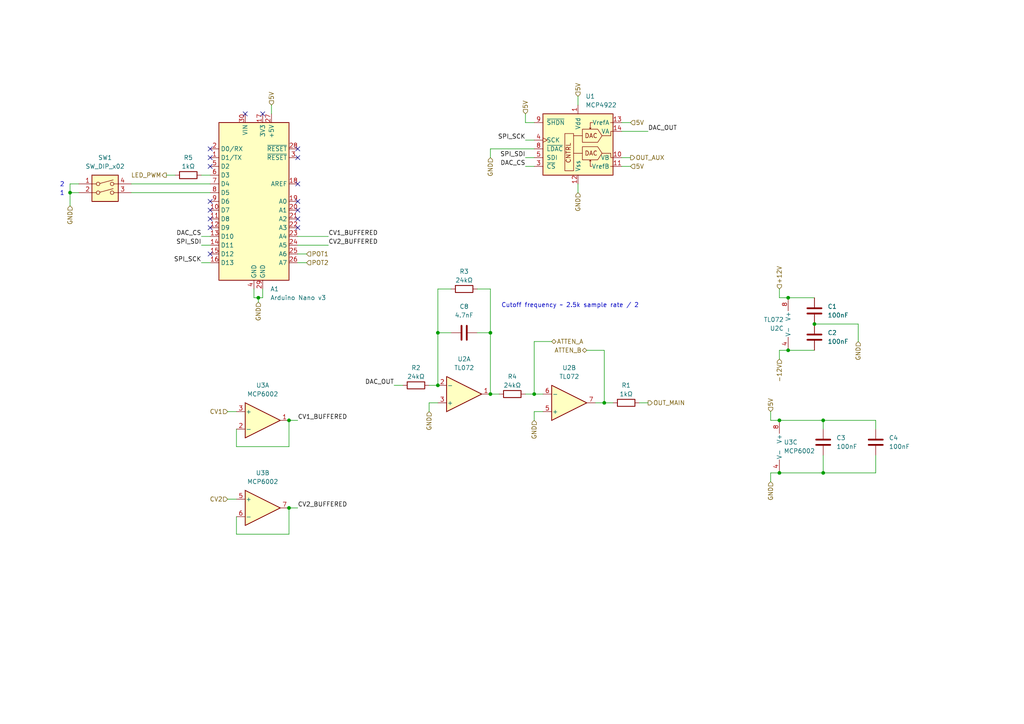
<source format=kicad_sch>
(kicad_sch (version 20231120) (generator "eeschema") (generator_version "8.0")
  (paper "A4")
  (title_block (title "Drift") (date "2024-08-13") (rev "v1.0") (company "Free Modular"))
  (lib_symbols
    (symbol "Amplifier_Operational:MCP6002-xMS" (pin_names (offset 0.127))
      (property "Reference" "U" (at 0 5.08 0))
      (property "Value" "MCP6002-xMS" (at 0 -5.08 0))
      (symbol "MCP6002-xMS_1_1"
        (polyline (pts (xy -5.08 5.08) (xy 5.08 0) (xy -5.08 -5.08) (xy -5.08 5.08)) (stroke (width 0.254)) (fill (type background)))
        (pin output line (at 7.62 0 180) (length 2.54) (name "~") (number "1"))
        (pin input line (at -7.62 -2.54 0) (length 2.54) (name "-") (number "2"))
        (pin input line (at -7.62 2.54 0) (length 2.54) (name "+") (number "3"))
      )
      (symbol "MCP6002-xMS_2_1"
        (polyline (pts (xy -5.08 5.08) (xy 5.08 0) (xy -5.08 -5.08) (xy -5.08 5.08)) (stroke (width 0.254)) (fill (type background)))
        (pin input line (at -7.62 2.54 0) (length 2.54) (name "+") (number "5"))
        (pin input line (at -7.62 -2.54 0) (length 2.54) (name "-") (number "6"))
        (pin output line (at 7.62 0 180) (length 2.54) (name "~") (number "7"))
      )
      (symbol "MCP6002-xMS_3_1"
        (pin power_in line (at -2.54 -7.62 90) (length 3.81) (name "V-") (number "4"))
        (pin power_in line (at -2.54 7.62 270) (length 3.81) (name "V+") (number "8"))
      )
    )
    (symbol "Amplifier_Operational:TL072" (pin_names (offset 0.127))
      (property "Reference" "U" (at 0 5.08 0))
      (property "Value" "TL072" (at 0 -5.08 0))
      (symbol "TL072_1_1"
        (polyline (pts (xy -5.08 5.08) (xy 5.08 0) (xy -5.08 -5.08) (xy -5.08 5.08)) (stroke (width 0.254)) (fill (type background)))
        (pin output line (at 7.62 0 180) (length 2.54) (name "~") (number "1"))
        (pin input line (at -7.62 -2.54 0) (length 2.54) (name "-") (number "2"))
        (pin input line (at -7.62 2.54 0) (length 2.54) (name "+") (number "3"))
      )
      (symbol "TL072_2_1"
        (polyline (pts (xy -5.08 5.08) (xy 5.08 0) (xy -5.08 -5.08) (xy -5.08 5.08)) (stroke (width 0.254)) (fill (type background)))
        (pin input line (at -7.62 2.54 0) (length 2.54) (name "+") (number "5"))
        (pin input line (at -7.62 -2.54 0) (length 2.54) (name "-") (number "6"))
        (pin output line (at 7.62 0 180) (length 2.54) (name "~") (number "7"))
      )
      (symbol "TL072_3_1"
        (pin power_in line (at -2.54 -7.62 90) (length 3.81) (name "V-") (number "4"))
        (pin power_in line (at -2.54 7.62 270) (length 3.81) (name "V+") (number "8"))
      )
    )
    (symbol "Analog_DAC:MCP4922" (pin_names (offset 1.016))
      (property "Reference" "U" (at -1.905 10.795 0))
      (property "Value" "MCP4922" (at -1.905 8.89 0))
      (symbol "MCP4922_0_0"
        (polyline (pts (xy 3.556 -5.842) (xy 3.302 -6.096)))
        (polyline (pts (xy 3.556 -5.842) (xy 3.81 -6.096)))
        (polyline (pts (xy 3.556 3.302) (xy 3.302 3.556)))
        (polyline (pts (xy 3.556 3.302) (xy 3.81 3.556)))
        (polyline (pts (xy 10.16 -7.62) (xy 9.398 -7.62)))
        (polyline (pts (xy 10.16 5.08) (xy 9.398 5.08)))
        (polyline (pts (xy 4.064 -7.62) (xy 3.556 -7.62) (xy 3.556 -5.842)))
        (polyline (pts (xy 4.318 5.08) (xy 3.556 5.08) (xy 3.556 3.302)))
        (polyline (pts (xy 6.985 -3.81) (xy 9.525 -3.81) (xy 9.525 -5.08) (xy 10.16 -5.08)))
        (polyline (pts (xy 6.985 1.27) (xy 9.525 1.27) (xy 9.525 2.54) (xy 10.16 2.54)))
        (text "CNTRL" (at -2.032 -6.731 900) (effects (font (size 1.27 1.27)) (justify left bottom)))
        (text "DAC" (at 3.81 -3.81 0) (effects (font (size 1.27 1.27))))
        (text "DAC" (at 3.81 1.27 0) (effects (font (size 1.27 1.27))))
      )
      (symbol "MCP4922_0_1"
        (rectangle (start -10.16 7.62) (end 10.16 -10.16) (stroke (width 0.254)) (fill (type background)))
        (rectangle (start -1.27 -8.89) (end -3.81 1.905))
        (polyline (pts (xy 1.27 -3.81) (xy -1.27 -3.81)))
        (polyline (pts (xy 1.27 1.27) (xy -1.27 1.27)))
        (polyline (pts (xy 6.985 -3.81) (xy 5.715 -1.905) (xy 1.27 -1.905) (xy 1.27 -5.715) (xy 5.715 -5.715) (xy 6.985 -3.81)))
        (polyline (pts (xy 6.985 1.27) (xy 5.715 3.175) (xy 1.27 3.175) (xy 1.27 -0.635) (xy 5.715 -0.635) (xy 6.985 1.27)))
      )
      (symbol "MCP4922_1_1"
        (pin power_in line (at 0 10.16 270) (length 2.54) (name "Vdd") (number "1"))
        (pin output line (at 12.7 -5.08 180) (length 2.54) (name "VB") (number "10"))
        (pin input line (at 12.7 -7.62 180) (length 2.54) (name "VrefB") (number "11"))
        (pin power_in line (at 0 -12.7 90) (length 2.54) (name "Vss") (number "12"))
        (pin input line (at 12.7 5.08 180) (length 2.54) (name "VrefA") (number "13"))
        (pin output line (at 12.7 2.54 180) (length 2.54) (name "VA") (number "14"))
        (pin no_connect line (at -7.62 -10.16 90) (length 2.54) hide (name "NC") (number "2"))
        (pin input line (at -12.7 -7.62 0) (length 2.54) (name "~{CS}") (number "3"))
        (pin input clock (at -12.7 0 0) (length 2.54) (name "SCK") (number "4"))
        (pin input line (at -12.7 -5.08 0) (length 2.54) (name "SDI") (number "5"))
        (pin no_connect line (at -5.08 -10.16 90) (length 2.54) hide (name "NC") (number "6"))
        (pin no_connect line (at -2.54 -10.16 90) (length 2.54) hide (name "NC") (number "7"))
        (pin input line (at -12.7 -2.54 0) (length 2.54) (name "~{LDAC}") (number "8"))
        (pin output line (at -12.7 5.08 0) (length 2.54) (name "~{SHDN}") (number "9"))
      )
    )
    (symbol "Device:C" (pin_numbers hide) (pin_names (offset 0.254))
      (property "Reference" "C" (at 0.635 2.54 0))
      (property "Value" "C" (at 0.635 -2.54 0))
      (symbol "C_0_1"
        (polyline (pts (xy -2.032 -0.762) (xy 2.032 -0.762)) (stroke (width 0.508)))
        (polyline (pts (xy -2.032 0.762) (xy 2.032 0.762)) (stroke (width 0.508)))
      )
      (symbol "C_1_1"
        (pin passive line (at 0 3.81 270) (length 2.794) (name "~") (number "1"))
        (pin passive line (at 0 -3.81 90) (length 2.794) (name "~") (number "2"))
      )
    )
    (symbol "Device:R" (pin_numbers hide) (pin_names (offset 0))
      (property "Reference" "R" (at 2.032 0 90))
      (property "Value" "R" (at 0 0 90))
      (symbol "R_0_1"
        (rectangle (start -1.016 -2.54) (end 1.016 2.54) (stroke (width 0.254)))
      )
      (symbol "R_1_1"
        (pin passive line (at 0 3.81 270) (length 1.27) (name "~") (number "1"))
        (pin passive line (at 0 -3.81 90) (length 1.27) (name "~") (number "2"))
      )
    )
    (symbol "MCU_Module:Arduino_Nano_v3.x"
      (property "Reference" "A" (at -10.16 23.495 0))
      (property "Value" "Arduino_Nano_v3.x" (at 5.08 -24.13 0))
      (symbol "Arduino_Nano_v3.x_0_1"
        (rectangle (start -10.16 22.86) (end 10.16 -22.86) (stroke (width 0.254)) (fill (type background)))
      )
      (symbol "Arduino_Nano_v3.x_1_1"
        (pin bidirectional line (at -12.7 12.7 0) (length 2.54) (name "D1/TX") (number "1"))
        (pin bidirectional line (at -12.7 -2.54 0) (length 2.54) (name "D7") (number "10"))
        (pin bidirectional line (at -12.7 -5.08 0) (length 2.54) (name "D8") (number "11"))
        (pin bidirectional line (at -12.7 -7.62 0) (length 2.54) (name "D9") (number "12"))
        (pin bidirectional line (at -12.7 -10.16 0) (length 2.54) (name "D10") (number "13"))
        (pin bidirectional line (at -12.7 -12.7 0) (length 2.54) (name "D11") (number "14"))
        (pin bidirectional line (at -12.7 -15.24 0) (length 2.54) (name "D12") (number "15"))
        (pin bidirectional line (at -12.7 -17.78 0) (length 2.54) (name "D13") (number "16"))
        (pin power_out line (at 2.54 25.4 270) (length 2.54) (name "3V3") (number "17"))
        (pin input line (at 12.7 5.08 180) (length 2.54) (name "AREF") (number "18"))
        (pin bidirectional line (at 12.7 0 180) (length 2.54) (name "A0") (number "19"))
        (pin bidirectional line (at -12.7 15.24 0) (length 2.54) (name "D0/RX") (number "2"))
        (pin bidirectional line (at 12.7 -2.54 180) (length 2.54) (name "A1") (number "20"))
        (pin bidirectional line (at 12.7 -5.08 180) (length 2.54) (name "A2") (number "21"))
        (pin bidirectional line (at 12.7 -7.62 180) (length 2.54) (name "A3") (number "22"))
        (pin bidirectional line (at 12.7 -10.16 180) (length 2.54) (name "A4") (number "23"))
        (pin bidirectional line (at 12.7 -12.7 180) (length 2.54) (name "A5") (number "24"))
        (pin bidirectional line (at 12.7 -15.24 180) (length 2.54) (name "A6") (number "25"))
        (pin bidirectional line (at 12.7 -17.78 180) (length 2.54) (name "A7") (number "26"))
        (pin power_out line (at 5.08 25.4 270) (length 2.54) (name "+5V") (number "27"))
        (pin input line (at 12.7 15.24 180) (length 2.54) (name "~{RESET}") (number "28"))
        (pin power_in line (at 2.54 -25.4 90) (length 2.54) (name "GND") (number "29"))
        (pin input line (at 12.7 12.7 180) (length 2.54) (name "~{RESET}") (number "3"))
        (pin power_in line (at -2.54 25.4 270) (length 2.54) (name "VIN") (number "30"))
        (pin power_in line (at 0 -25.4 90) (length 2.54) (name "GND") (number "4"))
        (pin bidirectional line (at -12.7 10.16 0) (length 2.54) (name "D2") (number "5"))
        (pin bidirectional line (at -12.7 7.62 0) (length 2.54) (name "D3") (number "6"))
        (pin bidirectional line (at -12.7 5.08 0) (length 2.54) (name "D4") (number "7"))
        (pin bidirectional line (at -12.7 2.54 0) (length 2.54) (name "D5") (number "8"))
        (pin bidirectional line (at -12.7 0 0) (length 2.54) (name "D6") (number "9"))
      )
    )
    (symbol "Switch:SW_DIP_x02" (pin_names (offset 0) hide)
      (property "Reference" "SW" (at 0 6.35 0))
      (property "Value" "SW_DIP_x02" (at 0 -3.81 0))
      (symbol "SW_DIP_x02_0_0"
        (circle (center -2.032 0) (radius 0.508))
        (circle (center -2.032 2.54) (radius 0.508))
        (polyline (pts (xy -1.524 0.127) (xy 2.3622 1.1684)))
        (polyline (pts (xy -1.524 2.667) (xy 2.3622 3.7084)))
        (circle (center 2.032 0) (radius 0.508))
        (circle (center 2.032 2.54) (radius 0.508))
      )
      (symbol "SW_DIP_x02_0_1"
        (rectangle (start -3.81 5.08) (end 3.81 -2.54) (stroke (width 0.254)) (fill (type background)))
      )
      (symbol "SW_DIP_x02_1_1"
        (pin passive line (at -7.62 2.54 0) (length 5.08) (name "~") (number "1"))
        (pin passive line (at -7.62 0 0) (length 5.08) (name "~") (number "2"))
        (pin passive line (at 7.62 0 180) (length 5.08) (name "~") (number "3"))
        (pin passive line (at 7.62 2.54 180) (length 5.08) (name "~") (number "4"))
      )
    )
  )
  (junction (at 83.82 121.92))
  (junction (at 83.82 147.32))
  (junction (at 226.06 121.92))
  (junction (at 74.93 86.36))
  (junction (at 236.22 93.98))
  (junction (at 127 111.76))
  (junction (at 154.94 114.3))
  (junction (at 226.06 137.16))
  (junction (at 238.76 121.92))
  (junction (at 228.6 86.36))
  (junction (at 228.6 101.6))
  (junction (at 238.76 137.16))
  (junction (at 142.24 114.3))
  (junction (at 175.26 116.84))
  (junction (at 127 96.52))
  (junction (at 20.32 55.88))
  (junction (at 142.24 96.52))
  (no_connect (at 86.36 58.42))
  (no_connect (at 60.96 63.5))
  (no_connect (at 76.2 33.02))
  (no_connect (at 86.36 45.72))
  (no_connect (at 60.96 66.04))
  (no_connect (at 60.96 58.42))
  (no_connect (at 60.96 60.96))
  (no_connect (at 60.96 73.66))
  (no_connect (at 86.36 60.96))
  (no_connect (at 86.36 63.5))
  (no_connect (at 86.36 43.18))
  (no_connect (at 86.36 53.34))
  (no_connect (at 71.12 33.02))
  (no_connect (at 60.96 43.18))
  (no_connect (at 86.36 66.04))
  (no_connect (at 60.96 48.26))
  (no_connect (at 60.96 45.72))
  (wire (pts (xy 228.6 101.6) (xy 236.22 101.6)))
  (wire (pts (xy 38.1 55.88) (xy 60.96 55.88)))
  (wire (pts (xy 154.94 114.3) (xy 152.4 114.3)))
  (wire (pts (xy 73.66 86.36) (xy 73.66 83.82)))
  (wire (pts (xy 76.2 86.36) (xy 74.93 86.36)))
  (wire (pts (xy 138.43 83.82) (xy 142.24 83.82)))
  (wire (pts (xy 167.64 27.94) (xy 167.64 30.48)))
  (wire (pts (xy 157.48 114.3) (xy 154.94 114.3)))
  (wire (pts (xy 86.36 73.66) (xy 88.9 73.66)))
  (wire (pts (xy 152.4 48.26) (xy 154.94 48.26)))
  (wire (pts (xy 154.94 119.38) (xy 154.94 121.92)))
  (wire (pts (xy 20.32 55.88) (xy 20.32 59.69)))
  (wire (pts (xy 180.34 35.56) (xy 182.88 35.56)))
  (wire (pts (xy 226.06 83.82) (xy 226.06 86.36)))
  (wire (pts (xy 167.64 55.88) (xy 167.64 53.34)))
  (wire (pts (xy 142.24 45.72) (xy 142.24 43.18)))
  (wire (pts (xy 142.24 96.52) (xy 142.24 114.3)))
  (wire (pts (xy 254 137.16) (xy 254 132.08)))
  (wire (pts (xy 124.46 111.76) (xy 127 111.76)))
  (wire (pts (xy 172.72 116.84) (xy 175.26 116.84)))
  (wire (pts (xy 124.46 116.84) (xy 127 116.84)))
  (wire (pts (xy 142.24 43.18) (xy 154.94 43.18)))
  (wire (pts (xy 248.92 93.98) (xy 248.92 99.06)))
  (wire (pts (xy 223.52 119.38) (xy 223.52 121.92)))
  (wire (pts (xy 226.06 101.6) (xy 226.06 104.14)))
  (wire (pts (xy 228.6 86.36) (xy 236.22 86.36)))
  (wire (pts (xy 58.42 68.58) (xy 60.96 68.58)))
  (wire (pts (xy 116.84 111.76) (xy 114.3 111.76)))
  (wire (pts (xy 76.2 83.82) (xy 76.2 86.36)))
  (wire (pts (xy 236.22 93.98) (xy 248.92 93.98)))
  (wire (pts (xy 154.94 99.06) (xy 154.94 114.3)))
  (wire (pts (xy 127 96.52) (xy 127 111.76)))
  (wire (pts (xy 83.82 121.92) (xy 86.36 121.92)))
  (wire (pts (xy 175.26 116.84) (xy 177.8 116.84)))
  (wire (pts (xy 83.82 154.94) (xy 83.82 147.32)))
  (wire (pts (xy 175.26 101.6) (xy 175.26 116.84)))
  (wire (pts (xy 127 83.82) (xy 127 96.52)))
  (wire (pts (xy 127 96.52) (xy 130.81 96.52)))
  (wire (pts (xy 226.06 86.36) (xy 228.6 86.36)))
  (wire (pts (xy 130.81 83.82) (xy 127 83.82)))
  (wire (pts (xy 223.52 137.16) (xy 226.06 137.16)))
  (wire (pts (xy 124.46 116.84) (xy 124.46 119.38)))
  (wire (pts (xy 152.4 45.72) (xy 154.94 45.72)))
  (wire (pts (xy 22.86 55.88) (xy 20.32 55.88)))
  (wire (pts (xy 20.32 53.34) (xy 20.32 55.88)))
  (wire (pts (xy 38.1 53.34) (xy 60.96 53.34)))
  (wire (pts (xy 68.58 154.94) (xy 83.82 154.94)))
  (wire (pts (xy 66.04 119.38) (xy 68.58 119.38)))
  (wire (pts (xy 152.4 40.64) (xy 154.94 40.64)))
  (wire (pts (xy 154.94 99.06) (xy 160.02 99.06)))
  (wire (pts (xy 68.58 129.54) (xy 83.82 129.54)))
  (wire (pts (xy 83.82 147.32) (xy 86.36 147.32)))
  (wire (pts (xy 226.06 101.6) (xy 228.6 101.6)))
  (wire (pts (xy 22.86 53.34) (xy 20.32 53.34)))
  (wire (pts (xy 86.36 76.2) (xy 88.9 76.2)))
  (wire (pts (xy 58.42 76.2) (xy 60.96 76.2)))
  (wire (pts (xy 68.58 124.46) (xy 68.58 129.54)))
  (wire (pts (xy 238.76 137.16) (xy 238.76 132.08)))
  (wire (pts (xy 142.24 114.3) (xy 144.78 114.3)))
  (wire (pts (xy 152.4 35.56) (xy 154.94 35.56)))
  (wire (pts (xy 254 121.92) (xy 254 124.46)))
  (wire (pts (xy 238.76 137.16) (xy 254 137.16)))
  (wire (pts (xy 58.42 71.12) (xy 60.96 71.12)))
  (wire (pts (xy 50.8 50.8) (xy 48.26 50.8)))
  (wire (pts (xy 74.93 86.36) (xy 74.93 87.63)))
  (wire (pts (xy 66.04 144.78) (xy 68.58 144.78)))
  (wire (pts (xy 238.76 121.92) (xy 238.76 124.46)))
  (wire (pts (xy 152.4 33.02) (xy 152.4 35.56)))
  (wire (pts (xy 226.06 137.16) (xy 238.76 137.16)))
  (wire (pts (xy 170.18 101.6) (xy 175.26 101.6)))
  (wire (pts (xy 78.74 30.48) (xy 78.74 33.02)))
  (wire (pts (xy 180.34 38.1) (xy 187.96 38.1)))
  (wire (pts (xy 180.34 45.72) (xy 182.88 45.72)))
  (wire (pts (xy 74.93 86.36) (xy 73.66 86.36)))
  (wire (pts (xy 238.76 121.92) (xy 254 121.92)))
  (wire (pts (xy 58.42 50.8) (xy 60.96 50.8)))
  (wire (pts (xy 138.43 96.52) (xy 142.24 96.52)))
  (wire (pts (xy 68.58 149.86) (xy 68.58 154.94)))
  (wire (pts (xy 226.06 121.92) (xy 238.76 121.92)))
  (wire (pts (xy 187.96 116.84) (xy 185.42 116.84)))
  (wire (pts (xy 83.82 129.54) (xy 83.82 121.92)))
  (wire (pts (xy 223.52 121.92) (xy 226.06 121.92)))
  (wire (pts (xy 154.94 119.38) (xy 157.48 119.38)))
  (wire (pts (xy 95.25 71.12) (xy 86.36 71.12)))
  (wire (pts (xy 180.34 48.26) (xy 182.88 48.26)))
  (wire (pts (xy 142.24 83.82) (xy 142.24 96.52)))
  (wire (pts (xy 223.52 139.7) (xy 223.52 137.16)))
  (wire (pts (xy 95.25 68.58) (xy 86.36 68.58)))
  (text "2" (at 18.034 53.594 0) (effects (font (size 1.27 1.27))))
  (text "Cutoff frequency ~ 2.5k sample rate / 2" (at 165.354 88.646 0) (effects (font (size 1.27 1.27))))
  (text "1" (at 18.034 56.134 0) (effects (font (size 1.27 1.27))))
  (label "SPI_SCK" (at 58.42 76.2 180))
  (label "DAC_OUT" (at 187.96 38.1 0))
  (label "SPI_SCK" (at 152.4 40.64 180))
  (label "SPI_SDI" (at 58.42 71.12 180))
  (label "DAC_OUT" (at 114.3 111.76 180))
  (label "CV1_BUFFERED" (at 86.36 121.92 0))
  (label "CV1_BUFFERED" (at 95.25 68.58 0))
  (label "DAC_CS" (at 152.4 48.26 180))
  (label "CV2_BUFFERED" (at 86.36 147.32 0))
  (label "CV2_BUFFERED" (at 95.25 71.12 0))
  (label "DAC_CS" (at 58.42 68.58 180))
  (label "SPI_SDI" (at 152.4 45.72 180))
  (hierarchical_label "5V" (shape input) (at 182.88 35.56 0))
  (hierarchical_label "GND" (shape input) (at 74.93 87.63 270))
  (hierarchical_label "5V" (shape input) (at 167.64 27.94 90))
  (hierarchical_label "5V" (shape input) (at 223.52 119.38 90))
  (hierarchical_label "5V" (shape input) (at 152.4 33.02 90))
  (hierarchical_label "GND" (shape input) (at 223.52 139.7 270))
  (hierarchical_label "ATTEN_B" (shape bidirectional) (at 170.18 101.6 180))
  (hierarchical_label "-12V" (shape input) (at 226.06 104.14 270))
  (hierarchical_label "CV2" (shape input) (at 66.04 144.78 180))
  (hierarchical_label "GND" (shape input) (at 154.94 121.92 270))
  (hierarchical_label "GND" (shape input) (at 167.64 55.88 270))
  (hierarchical_label "GND" (shape input) (at 142.24 45.72 270))
  (hierarchical_label "5V" (shape input) (at 78.74 30.48 90))
  (hierarchical_label "GND" (shape input) (at 20.32 59.69 270))
  (hierarchical_label "GND" (shape input) (at 124.46 119.38 270))
  (hierarchical_label "+12V" (shape input) (at 226.06 83.82 90))
  (hierarchical_label "POT2" (shape input) (at 88.9 76.2 0))
  (hierarchical_label "5V" (shape input) (at 182.88 48.26 0))
  (hierarchical_label "CV1" (shape input) (at 66.04 119.38 180))
  (hierarchical_label "OUT_AUX" (shape output) (at 182.88 45.72 0))
  (hierarchical_label "GND" (shape input) (at 248.92 99.06 270))
  (hierarchical_label "OUT_MAIN" (shape output) (at 187.96 116.84 0))
  (hierarchical_label "LED_PWM" (shape output) (at 48.26 50.8 180))
  (hierarchical_label "POT1" (shape input) (at 88.9 73.66 0))
  (hierarchical_label "ATTEN_A" (shape bidirectional) (at 160.02 99.06 0))
  (symbol (lib_id "Amplifier_Operational:TL072") (at 231.14 93.98 0) (unit 3)
    (property "Reference" "U2" (at 227.33 95.2501 0) (effects (justify right)))
    (property "Value" "TL072" (at 227.33 92.7101 0) (effects (justify right)))
    (property "Footprint" "Package_DIP:DIP-8_W7.62mm" (effects (hide yes)))
    (property "Datasheet" "http://www.ti.com/lit/ds/symlink/tl071.pdf" (effects (hide yes)))
    (property "Description" "Dual Low-Noise JFET-Input Operational Amplifiers, DIP-8/SOIC-8" (effects (hide yes)))
  )
  (symbol (lib_id "Switch:SW_DIP_x02") (at 30.48 55.88 0) (unit 1)
    (property "Reference" "SW1" (at 30.48 45.72 0))
    (property "Value" "SW_DIP_x02" (at 30.48 48.26 0))
    (property "Footprint" "Button_Switch_THT:SW_DIP_SPSTx02_Slide_6.7x6.64mm_W7.62mm_P2.54mm_LowProfile" (effects (hide yes)))
    (property "Description" "2x DIP Switch, Single Pole Single Throw (SPST) switch, small symbol" (effects (hide yes)))
  )
  (symbol (lib_id "Device:R") (at 120.65 111.76 90) (unit 1)
    (property "Reference" "R2" (at 120.65 106.68 90))
    (property "Value" "24kΩ" (at 120.65 109.22 90))
    (property "Footprint" "Resistor_THT:R_Axial_DIN0207_L6.3mm_D2.5mm_P10.16mm_Horizontal" (effects (hide yes)))
    (property "Description" "Resistor" (effects (hide yes)))
  )
  (symbol (lib_id "Device:C") (at 236.22 90.17 0) (unit 1)
    (property "Reference" "C1" (at 240.03 88.8999 0) (effects (justify left)))
    (property "Value" "100nF" (at 240.03 91.4399 0) (effects (justify left)))
    (property "Footprint" "Capacitor_THT:C_Disc_D4.7mm_W2.5mm_P5.00mm" (effects (hide yes)))
    (property "Description" "Unpolarized capacitor" (effects (hide yes)))
  )
  (symbol (lib_id "Device:R") (at 54.61 50.8 90) (unit 1)
    (property "Reference" "R5" (at 54.61 45.72 90))
    (property "Value" "1kΩ" (at 54.61 48.26 90))
    (property "Footprint" "Resistor_THT:R_Axial_DIN0207_L6.3mm_D2.5mm_P10.16mm_Horizontal" (effects (hide yes)))
    (property "Description" "Resistor" (effects (hide yes)))
  )
  (symbol (lib_id "Device:C") (at 254 128.27 0) (unit 1)
    (property "Reference" "C4" (at 257.81 126.9999 0) (effects (justify left)))
    (property "Value" "100nF" (at 257.81 129.5399 0) (effects (justify left)))
    (property "Footprint" "Capacitor_THT:C_Disc_D4.7mm_W2.5mm_P5.00mm" (effects (hide yes)))
    (property "Description" "Unpolarized capacitor" (effects (hide yes)))
  )
  (symbol (lib_id "Amplifier_Operational:MCP6002-xMS") (at 228.6 129.54 0) (unit 3)
    (property "Reference" "U3" (at 227.33 128.2699 0) (effects (justify left)))
    (property "Value" "MCP6002" (at 227.33 130.8099 0) (effects (justify left)))
    (property "Footprint" "Package_DIP:DIP-8_W7.62mm" (effects (hide yes)))
    (property "Datasheet" "http://ww1.microchip.com/downloads/en/DeviceDoc/21733j.pdf" (effects (hide yes)))
    (property "Description" "1MHz, Low-Power Op Amp, MSOP-8" (effects (hide yes)))
  )
  (symbol (lib_id "Device:R") (at 181.61 116.84 90) (unit 1)
    (property "Reference" "R1" (at 181.61 111.76 90))
    (property "Value" "1kΩ" (at 181.61 114.3 90))
    (property "Footprint" "Resistor_THT:R_Axial_DIN0207_L6.3mm_D2.5mm_P10.16mm_Horizontal" (effects (hide yes)))
    (property "Description" "Resistor" (effects (hide yes)))
  )
  (symbol (lib_id "Device:R") (at 134.62 83.82 90) (unit 1)
    (property "Reference" "R3" (at 134.62 78.74 90))
    (property "Value" "24kΩ" (at 134.62 81.28 90))
    (property "Footprint" "Resistor_THT:R_Axial_DIN0207_L6.3mm_D2.5mm_P10.16mm_Horizontal" (effects (hide yes)))
    (property "Description" "Resistor" (effects (hide yes)))
  )
  (symbol (lib_id "Device:C") (at 236.22 97.79 0) (unit 1)
    (property "Reference" "C2" (at 240.03 96.5199 0) (effects (justify left)))
    (property "Value" "100nF" (at 240.03 99.0599 0) (effects (justify left)))
    (property "Footprint" "Capacitor_THT:C_Disc_D4.7mm_W2.5mm_P5.00mm" (effects (hide yes)))
    (property "Description" "Unpolarized capacitor" (effects (hide yes)))
  )
  (symbol (lib_id "Amplifier_Operational:MCP6002-xMS") (at 76.2 121.92 0) (unit 1)
    (property "Reference" "U3" (at 76.2 111.76 0))
    (property "Value" "MCP6002" (at 76.2 114.3 0))
    (property "Footprint" "Package_DIP:DIP-8_W7.62mm" (effects (hide yes)))
    (property "Datasheet" "http://ww1.microchip.com/downloads/en/DeviceDoc/21733j.pdf" (effects (hide yes)))
    (property "Description" "1MHz, Low-Power Op Amp, MSOP-8" (effects (hide yes)))
  )
  (symbol (lib_id "Amplifier_Operational:MCP6002-xMS") (at 76.2 147.32 0) (unit 2)
    (property "Reference" "U3" (at 76.2 137.16 0))
    (property "Value" "MCP6002" (at 76.2 139.7 0))
    (property "Footprint" "Package_DIP:DIP-8_W7.62mm" (effects (hide yes)))
    (property "Datasheet" "http://ww1.microchip.com/downloads/en/DeviceDoc/21733j.pdf" (effects (hide yes)))
    (property "Description" "1MHz, Low-Power Op Amp, MSOP-8" (effects (hide yes)))
  )
  (symbol (lib_id "MCU_Module:Arduino_Nano_v3.x") (at 73.66 58.42 0) (unit 1)
    (property "Reference" "A1" (at 78.3941 83.82 0) (effects (justify left)))
    (property "Value" "Arduino Nano v3" (at 78.3941 86.36 0) (effects (justify left)))
    (property "Footprint" "Module:Arduino_Nano" (effects (hide yes)))
    (property "Datasheet" "http://www.mouser.com/pdfdocs/Gravitech_Arduino_Nano3_0.pdf" (effects (hide yes)))
    (property "Description" "Arduino Nano v3.x" (effects (hide yes)))
  )
  (symbol (lib_id "Device:C") (at 238.76 128.27 0) (unit 1)
    (property "Reference" "C3" (at 242.57 126.9999 0) (effects (justify left)))
    (property "Value" "100nF" (at 242.57 129.5399 0) (effects (justify left)))
    (property "Footprint" "Capacitor_THT:C_Disc_D4.7mm_W2.5mm_P5.00mm" (effects (hide yes)))
    (property "Description" "Unpolarized capacitor" (effects (hide yes)))
  )
  (symbol (lib_id "Device:C") (at 134.62 96.52 90) (unit 1)
    (property "Reference" "C8" (at 134.62 88.9 90))
    (property "Value" "4.7nF" (at 134.62 91.44 90))
    (property "Footprint" "Capacitor_THT:C_Disc_D4.7mm_W2.5mm_P5.00mm" (effects (hide yes)))
    (property "Description" "Unpolarized capacitor" (effects (hide yes)))
  )
  (symbol (lib_id "Device:R") (at 148.59 114.3 90) (unit 1)
    (property "Reference" "R4" (at 148.59 109.22 90))
    (property "Value" "24kΩ" (at 148.59 111.76 90))
    (property "Footprint" "Resistor_THT:R_Axial_DIN0207_L6.3mm_D2.5mm_P10.16mm_Horizontal" (effects (hide yes)))
    (property "Description" "Resistor" (effects (hide yes)))
  )
  (symbol (lib_id "Amplifier_Operational:TL072") (at 134.62 114.3 0) (mirror x) (unit 1)
    (property "Reference" "U2" (at 134.62 104.14 0))
    (property "Value" "TL072" (at 134.62 106.68 0))
    (property "Footprint" "Package_DIP:DIP-8_W7.62mm" (effects (hide yes)))
    (property "Datasheet" "http://www.ti.com/lit/ds/symlink/tl071.pdf" (effects (hide yes)))
    (property "Description" "Dual Low-Noise JFET-Input Operational Amplifiers, DIP-8/SOIC-8" (effects (hide yes)))
  )
  (symbol (lib_id "Analog_DAC:MCP4922") (at 167.64 40.64 0) (unit 1)
    (property "Reference" "U1" (at 169.8341 27.94 0) (effects (justify left)))
    (property "Value" "MCP4922" (at 169.8341 30.48 0) (effects (justify left)))
    (property "Footprint" "Package_DIP:DIP-14_W7.62mm" (effects (hide yes)))
    (property "Datasheet" "http://ww1.microchip.com/downloads/en/DeviceDoc/22250A.pdf" (effects (hide yes)))
    (property "Description" "2-Channel 12-Bit D/A Converters with SPI Interface" (effects (hide yes)))
  )
  (symbol (lib_id "Amplifier_Operational:TL072") (at 165.1 116.84 0) (mirror x) (unit 2)
    (property "Reference" "U2" (at 165.1 106.68 0))
    (property "Value" "TL072" (at 165.1 109.22 0))
    (property "Footprint" "Package_DIP:DIP-8_W7.62mm" (effects (hide yes)))
    (property "Datasheet" "http://www.ti.com/lit/ds/symlink/tl071.pdf" (effects (hide yes)))
    (property "Description" "Dual Low-Noise JFET-Input Operational Amplifiers, DIP-8/SOIC-8" (effects (hide yes)))
  )
)
</source>
